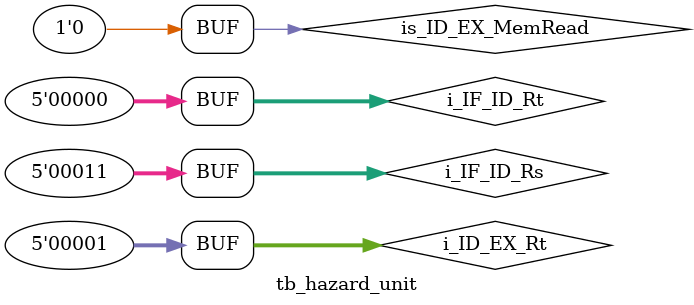
<source format=v>
`timescale 1ns / 1ps
module tb_hazard_unit();

    reg         is_ID_EX_MemRead;
    reg [4 : 0] i_ID_EX_Rt;
    reg [4 : 0] i_IF_ID_Rs;
    reg [4 : 0] i_IF_ID_Rt;

    wire          o_PC_write;
    wire          os_write_IF_ID;
    wire          os_mux_control;

    initial begin
        #100
        is_ID_EX_MemRead = 0;
        i_ID_EX_Rt = 0;
        i_IF_ID_Rs = 0;
        i_IF_ID_Rt = 0;

        #10//RT = RS
        is_ID_EX_MemRead = 1;
        i_ID_EX_Rt = 5'b00001;
        i_IF_ID_Rs = 5'b00001;
        i_IF_ID_Rt = 0;
        #10//RT = RT
        is_ID_EX_MemRead = 1;
        i_ID_EX_Rt = 5'b00001;
        i_IF_ID_Rs = 5'b00010;
        i_IF_ID_Rt = 5'b00001;
        #10//RT distinto pero load
        is_ID_EX_MemRead = 1;
        i_ID_EX_Rt = 5'b00001;
        i_IF_ID_Rs = 5'b00011;
        i_IF_ID_Rt = 5'b00010;
        #10//No es load pero reg iguales
        is_ID_EX_MemRead = 0;
        i_ID_EX_Rt = 5'b00001;
        i_IF_ID_Rs = 5'b00001;
        i_IF_ID_Rt = 0;
        #10//No es load pero reg dist 
        is_ID_EX_MemRead = 0;
        i_ID_EX_Rt = 5'b00001;
        i_IF_ID_Rs = 5'b00011;
        i_IF_ID_Rt = 0;

    end
    
    hazard_unit u_hazard_unit(
                             .is_ID_EX_MemRead(is_ID_EX_MemRead),
                             .i_ID_EX_Rt(i_ID_EX_Rt),
                             .i_IF_ID_Rs(i_IF_ID_Rs),
                             .i_IF_ID_Rt(i_IF_ID_Rt),
                             .o_PC_write(o_PC_write),
                             .os_write_IF_ID(os_write_IF_ID),
                             .os_mux_control(os_mux_control)
                             );
endmodule

</source>
